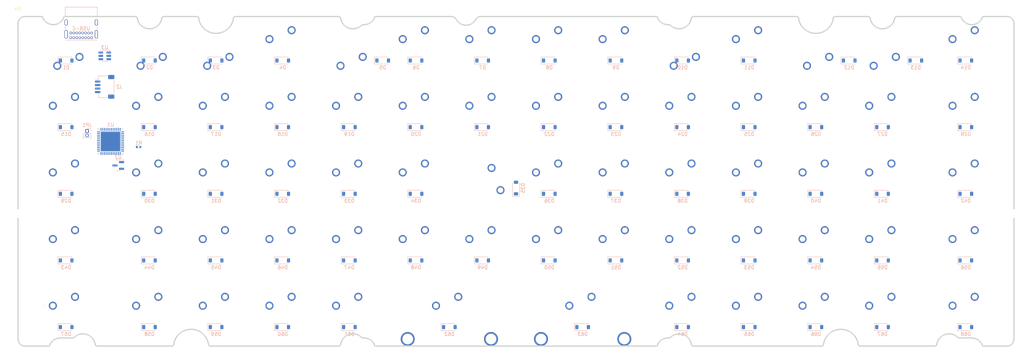
<source format=kicad_pcb>
(kicad_pcb (version 20221018) (generator pcbnew)
  (layers (0 "F.Cu" signal) (31 "B.Cu" signal) (34 "B.Paste" user) (35 "F.Paste" user) (36 "B.SilkS" user "B.Silkscreen") (37 "F.SilkS" user "F.Silkscreen") (38 "B.Mask" user) (39 "F.Mask" user) (44 "Edge.Cuts" user))
  (net 0 "")
  (net 1 "GND")
  (net 2 "/DP")
  (net 3 "/DN")
  (net 4 "VBUS")
  (net 5 "Net-(JP1-A)")
  (net 6 "+3.3V")
  (net 8 "Net-(D1-A)")
  (net 10 "Net-(D2-A)")
  (net 12 "Net-(D3-A)")
  (net 14 "Net-(D4-A)")
  (net 16 "Net-(D5-A)")
  (net 18 "Net-(D6-A)")
  (net 20 "Net-(D7-A)")
  (net 22 "Net-(D8-A)")
  (net 24 "Net-(D9-A)")
  (net 26 "Net-(D10-A)")
  (net 28 "Net-(D11-A)")
  (net 30 "Net-(D12-A)")
  (net 32 "Net-(D13-A)")
  (net 34 "Net-(D14-A)")
  (net 36 "Net-(D15-A)")
  (net 38 "Net-(D16-A)")
  (net 40 "Net-(D17-A)")
  (net 42 "Net-(D18-A)")
  (net 44 "Net-(D19-A)")
  (net 46 "Net-(D20-A)")
  (net 48 "Net-(D21-A)")
  (net 50 "Net-(D22-A)")
  (net 52 "Net-(D23-A)")
  (net 54 "Net-(D24-A)")
  (net 56 "Net-(D25-A)")
  (net 58 "Net-(D26-A)")
  (net 60 "Net-(D27-A)")
  (net 62 "Net-(D28-A)")
  (net 64 "Net-(D29-A)")
  (net 66 "Net-(D30-A)")
  (net 68 "Net-(D31-A)")
  (net 70 "Net-(D32-A)")
  (net 72 "Net-(D33-A)")
  (net 74 "Net-(D34-A)")
  (net 76 "Net-(D35-A)")
  (net 78 "Net-(D36-A)")
  (net 80 "Net-(D37-A)")
  (net 82 "Net-(D38-A)")
  (net 84 "Net-(D39-A)")
  (net 86 "Net-(D40-A)")
  (net 88 "Net-(D41-A)")
  (net 90 "Net-(D42-A)")
  (net 92 "Net-(D43-A)")
  (net 94 "Net-(D44-A)")
  (net 96 "Net-(D45-A)")
  (net 98 "Net-(D46-A)")
  (net 100 "Net-(D47-A)")
  (net 102 "Net-(D48-A)")
  (net 104 "Net-(D49-A)")
  (net 106 "Net-(D50-A)")
  (net 108 "Net-(D51-A)")
  (net 110 "Net-(D52-A)")
  (net 112 "Net-(D53-A)")
  (net 114 "Net-(D54-A)")
  (net 116 "Net-(D55-A)")
  (net 118 "Net-(D56-A)")
  (net 120 "Net-(D57-A)")
  (net 122 "Net-(D58-A)")
  (net 124 "Net-(D59-A)")
  (net 126 "Net-(D60-A)")
  (net 128 "Net-(D61-A)")
  (net 130 "Net-(D62-A)")
  (net 132 "Net-(D63-A)")
  (net 134 "Net-(D64-A)")
  (net 136 "Net-(D65-A)")
  (net 138 "Net-(D66-A)")
  (net 140 "Net-(D67-A)")
  (net 142 "Net-(D68-A)")
  (net 148 "/~{RST}")
  (net 169 "/SWD")
  (net 170 "/SWCLK")
  (footprint "PCM_marbastlib-mx:SW_MX_1u" (layer "F.Cu") (at 150.01875 69.05625)
    (fp_text reference "MX6" hide)
    (fp_text value "Key_None" hide)
  )
  (footprint "PCM_marbastlib-mx:SW_MX_1u" (layer "F.Cu") (at 73.81875 107.15625)
    (fp_text reference "MX30" hide)
    (fp_text value "Key_None" hide)
  )
  (footprint "PCM_marbastlib-mx:SW_MX_1u" (layer "F.Cu") (at 73.81875 69.05625 180)
    (fp_text reference "MX2" hide)
    (fp_text value "Key_None" hide)
  )
  (footprint "PCM_marbastlib-mx:SW_MX_1.5u" (layer "F.Cu") (at 307.18125 126.20625)
    (fp_text reference "MX56" hide)
    (fp_text value "Key_None" hide)
  )
  (footprint "PCM_marbastlib-mx:SW_MX_1u" (layer "F.Cu") (at 130.96875 69.05625 180)
    (fp_text reference "MX5" hide)
    (fp_text value "Key_None" hide)
  )
  (footprint "PCM_marbastlib-mx:SW_MX_1u" (layer "F.Cu") (at 264.31875 69.05625 180)
    (fp_text reference "MX12" hide)
    (fp_text value "Key_None" hide)
  )
  (footprint "PCM_marbastlib-mx:SW_MX_1u" (layer "F.Cu") (at 169.06875 69.05625)
    (fp_text reference "MX7" hide)
    (fp_text value "Key_None" hide)
  )
  (footprint "PCM_marbastlib-mx:SW_MX_1.5u" (layer "F.Cu") (at 50.00625 145.25625)
    (fp_text reference "MX57" hide)
    (fp_text value "Key_None" hide)
  )
  (footprint "PCM_marbastlib-mx:SW_MX_1.5u" (layer "F.Cu") (at 50.00625 126.20625)
    (fp_text reference "MX43" hide)
    (fp_text value "Key_None" hide)
  )
  (footprint "PCM_marbastlib-mx:SW_MX_1.5u" (layer "F.Cu") (at 307.18125 69.05625)
    (fp_text reference "MX14" hide)
    (fp_text value "Key_None" hide)
  )
  (footprint "PCM_marbastlib-mx:STAB_MX_P_2u" (layer "F.Cu") (at 197.64375 145.25625 180)
    (fp_text reference "STAB63" hide)
    (fp_text value "Stab_None")
  )
  (footprint "PCM_marbastlib-mx:SW_MX_1u" (layer "F.Cu") (at 150.01875 126.20625)
    (fp_text reference "MX48" hide)
    (fp_text value "Key_None" hide)
  )
  (footprint "PCM_marbastlib-mx:SW_MX_1u" (layer "F.Cu") (at 264.31875 88.10625)
    (fp_text reference "MX26" hide)
    (fp_text value "Key_None" hide)
  )
  (footprint "PCM_marbastlib-mx:SW_MX_1u" (layer "F.Cu") (at 264.31875 126.20625)
    (fp_text reference "MX54" hide)
    (fp_text value "Key_None" hide)
  )
  (footprint "PCM_marbastlib-mx:SW_MX_1u" (layer "F.Cu") (at 245.26875 88.10625)
    (fp_text reference "MX25" hide)
    (fp_text value "Key_None" hide)
  )
  (footprint "PCM_marbastlib-mx:SW_MX_1u" (layer "F.Cu") (at 197.64375 145.25625)
    (fp_text reference "MX63" hide)
    (fp_text value "Key_None" hide)
  )
  (footprint "PCM_marbastlib-mx:SW_MX_1.5u" (layer "F.Cu") (at 307.18125 88.10625)
    (fp_text reference "MX28" hide)
    (fp_text value "Key_None" hide)
  )
  (footprint "PCM_marbastlib-mx:SW_MX_1u" (layer "F.Cu") (at 226.21875 69.05625 180)
    (fp_text reference "MX10" hide)
    (fp_text value "Key_None" hide)
  )
  (footprint "PCM_marbastlib-mx:SW_MX_1u" (layer "F.Cu") (at 130.96875 145.25625)
    (fp_text reference "MX61" hide)
    (fp_text value "Key_None" hide)
  )
  (footprint "PCM_marbastlib-mx:SW_MX_1.5u" (layer "F.Cu") (at 50.00625 88.10625)
    (fp_text reference "MX15" hide)
    (fp_text value "Key_None" hide)
  )
  (footprint "PCM_marbastlib-mx:SW_MX_1u" (layer "F.Cu") (at 188.11875 107.15625)
    (fp_text reference "MX36" hide)
    (fp_text value "Key_None" hide)
  )
  (footprint "PCM_marbastlib-mx:SW_MX_1u" (layer "F.Cu") (at 73.81875 126.20625)
    (fp_text reference "MX44" hide)
    (fp_text value "Key_None" hide)
  )
  (footprint "PCM_marbastlib-mx:SW_MX_1u" (layer "F.Cu") (at 111.91875 126.20625)
    (fp_text reference "MX46" hide)
    (fp_text value "Key_None" hide)
  )
  (footprint "PCM_marbastlib-mx:SW_MX_1u" (layer "F.Cu") (at 111.91875 145.25625)
    (fp_text reference "MX60" hide)
    (fp_text value "Key_None" hide)
  )
  (footprint "PCM_marbastlib-mx:SW_MX_1u" (layer "F.Cu") (at 92.86875 126.20625)
    (fp_text reference "MX45" hide)
    (fp_text value "Key_None" hide)
  )
  (footprint "PCM_marbastlib-mx:SW_MX_1u" (layer "F.Cu") (at 264.31875 107.15625)
    (fp_text reference "MX40" hide)
    (fp_text value "Key_None" hide)
  )
  (footprint "PCM_marbastlib-mx:SW_MX_1u" (layer "F.Cu") (at 73.81875 88.10625)
    (fp_text reference "MX16" hide)
    (fp_text value "Key_None" hide)
  )
  (footprint "PCM_marbastlib-mx:SW_MX_1.5u" (layer "F.Cu") (at 307.18125 145.25625)
    (fp_text reference "MX68" hide)
    (fp_text value "Key_None" hide)
  )
  (footprint "PCM_marbastlib-mx:SW_MX_1u" (layer "F.Cu") (at 92.86875 107.15625)
    (fp_text reference "MX31" hide)
    (fp_text value "Key_None" hide)
  )
  (footprint "PCM_marbastlib-mx:SW_MX_1u" (layer "F.Cu") (at 283.36875 145.25625)
    (fp_text reference "MX67" hide)
    (fp_text value "Key_None" hide)
  )
  (footprint "PCM_marbastlib-mx:SW_MX_1u" (layer "F.Cu") (at 226.21875 126.20625)
    (fp_text reference "MX52" hide)
    (fp_text value "Key_None" hide)
  )
  (footprint "PCM_marbastlib-mx:SW_MX_1u" (layer "F.Cu") (at 207.16875 107.15625)
    (fp_text reference "MX37" hide)
    (fp_text value "Key_None" hide)
  )
  (footprint "PCM_marbastlib-mx:SW_MX_1u" (layer "F.Cu") (at 92.86875 88.10625)
    (fp_text reference "MX17" hide)
    (fp_text value "Key_None" hide)
  )
  (footprint "PCM_marbastlib-mx:SW_MX_1u" (layer "F.Cu") (at 283.36875 69.05625 180)
    (fp_text reference "MX13" hide)
    (fp_text value "Key_None" hide)
  )
  (footprint "PCM_marbastlib-mx:SW_MX_1u" (layer "F.Cu") (at 92.86875 69.05625 180)
    (fp_text reference "MX3" hide)
    (fp_text value "Key_None" hide)
  )
  (footprint "PCM_marbastlib-mx:SW_MX_1u" (layer "F.Cu") (at 111.91875 69.05625)
    (fp_text reference "MX4" hide)
    (fp_text value "Key_None" hide)
  )
  (footprint "PCM_marbastlib-mx:SW_MX_1u" (layer "F.Cu") (at 245.26875 69.05625)
    (fp_text reference "MX11" hide)
    (fp_text value "Key_None" hide)
  )
  (footprint "PCM_marbastlib-mx:SW_MX_1u" (layer "F.Cu") (at 111.91875 88.10625)
    (fp_text reference "MX18" hide)
    (fp_text value "Key_None" hide)
  )
  (footprint "PCM_marbastlib-mx:SW_MX_1u" (layer "F.Cu") (at 245.26875 145.25625)
    (fp_text reference "MX65" hide)
    (fp_text value "Key_None" hide)
  )
  (footprint "PCM_marbastlib-mx:SW_MX_1u" (layer "F.Cu") (at 188.11875 126.20625)
    (fp_text reference "MX50" hide)
    (fp_text value "Key_None" hide)
  )
  (footprint "PCM_marbastlib-mx:SW_MX_1u" (layer "F.Cu") (at 159.54375 145.25625)
    (fp_text reference "MX62" hide)
    (fp_text value "Key_None" hide)
  )
  (footprint "PCM_marbastlib-mx:SW_MX_1u" (layer "F.Cu") (at 150.01875 107.15625)
    (fp_text reference "MX34" hide)
    (fp_text value "Key_None" hide)
  )
  (footprint "PCM_marbastlib-mx:SW_MX_1u" (layer "F.Cu") (at 92.86875 145.25625)
    (fp_text reference "MX59" hide)
    (fp_text value "Key_None" hide)
  )
  (footprint "PCM_marbastlib-mx:SW_MX_1u" (layer "F.Cu") (at 245.26875 126.20625)
    (fp_text reference "MX53" hide)
    (fp_text value "Key_None" hide)
  )
  (footprint "PCM_marbastlib-mx:SW_MX_1u" (layer "F.Cu") (at 207.16875 69.05625)
    (fp_text reference "MX9" hide)
    (fp_text value "Key_None" hide)
  )
  (footprint "PCM_marbastlib-mx:SW_MX_1u" (layer "F.Cu") (at 264.31875 145.25625)
    (fp_text reference "MX66" hide)
    (fp_text value "Key_None" hide)
  )
  (footprint "PCM_marbastlib-mx:SW_MX_1u" (layer "F.Cu") (at 283.36875 126.20625)
    (fp_text reference "MX55" hide)
    (fp_text value "Key_None" hide)
  )
  (footprint "PCM_marbastlib-mx:SW_MX_1u" (layer "F.Cu") (at 226.21875 145.25625)
    (fp_text reference "MX64" hide)
    (fp_text value "Key_None" hide)
  )
  (footprint "PCM_marbastlib-mx:SW_MX_1.5u" (layer "F.Cu") (at 50.00625 107.15625)
    (fp_text reference "MX29" hide)
    (fp_text value "Key_None" hide)
  )
  (footprint "PCM_marbastlib-mx:SW_MX_1u" (layer "F.Cu") (at 207.16875 88.10625)
    (fp_text reference "MX23" hide)
    (fp_text value "Key_None" hide)
  )
  (footprint "PCM_marbastlib-mx:SW_MX_1u" (layer "F.Cu") (at 283.36875 107.15625)
    (fp_text reference "MX41" hide)
    (fp_text value "Key_None" hide)
  )
  (footprint "PCM_marbastlib-mx:SW_MX_1u" (layer "F.Cu") (at 130.96875 88.10625)
    (fp_text reference "MX19" hide)
    (fp_text value "Key_None" hide)
  )
  (footprint "PCM_marbastlib-mx:SW_MX_1u" (layer "F.Cu") (at 130.96875 107.15625)
    (fp_text reference "MX33" hide)
    (fp_text value "Key_None" hide)
  )
  (footprint "PCM_marbastlib-mx:SW_MX_1u" (layer "F.Cu") (at 245.26875 107.15625)
    (fp_text reference "MX39" hide)
    (fp_text value "Key_None" hide)
  )
  (footprint "PCM_marbastlib-mx:SW_MX_1u" (layer "F.Cu") (at 169.06875 126.20625)
    (fp_text reference "MX49" hide)
    (fp_text value "Key_None" hide)
  )
  (footprint "PCM_marbastlib-mx:SW_MX_1.5u" (layer "F.Cu") (at 50.00625 69.05625 180)
    (fp_text reference "MX1" hide)
    (fp_text value "Key_None" hide)
  )
  (footprint "PCM_marbastlib-mx:SW_MX_1u" (layer "F.Cu") (at 111.91875 107.15625)
    (fp_text reference "MX32" hide)
    (fp_text value "Key_None" hide)
  )
  (footprint "PCM_marbastlib-mx:SW_MX_1u" (layer "F.Cu") (at 188.11875 88.10625)
    (fp_text reference "MX22" hide)
    (fp_text value "Key_None" hide)
  )
  (footprint "PCM_marbastlib-mx:SW_MX_1u" (layer "F.Cu") (at 283.36875 88.10625)
    (fp_text reference "MX27" hide)
    (fp_text value "Key_None" hide)
  )
  (footprint "PCM_marbastlib-mx:SW_MX_1u" (layer "F.Cu") (at 73.81875 145.25625)
    (fp_text reference "MX58" hide)
    (fp_text value "Key_None" hide)
  )
  (footprint "PCM_marbastlib-mx:STAB_MX_P_2u" (layer "F.Cu") (at 159.54375 145.25625 180)
    (fp_text reference "STAB62" hide)
    (fp_text value "Stab_None")
  )
  (footprint "!LordsBoards_General:60_Percent_Holes" (layer "F.Cu") (at 35.71875 59.53125)
    (fp_text reference "H1")
    (fp_text value "MountingHole")
  )
  (footprint "PCM_marbastlib-mx:SW_MX_1.5u" (layer "F.Cu") (at 307.18125 107.15625)
    (fp_text reference "MX42" hide)
    (fp_text value "Key_None" hide)
  )
  (footprint "PCM_marbastlib-mx:SW_MX_1u" (layer "F.Cu") (at 226.21875 88.10625)
    (fp_text reference "MX24" hide)
    (fp_text value "Key_None" hide)
  )
  (footprint "PCM_marbastlib-mx:SW_MX_1u" (layer "F.Cu") (at 169.06875 88.10625)
    (fp_text reference "MX21" hide)
    (fp_text value "Key_None" hide)
  )
  (footprint "PCM_marbastlib-mx:SW_MX_1u" (layer "F.Cu") (at 169.06875 107.15625 -90)
    (fp_text reference "MX35" hide)
    (fp_text value "Key_None" hide)
  )
  (footprint "PCM_marbastlib-mx:SW_MX_1u" (layer "F.Cu") (at 130.96875 126.20625)
    (fp_text reference "MX47" hide)
    (fp_text value "Key_None" hide)
  )
  (footprint "PCM_marbastlib-mx:SW_MX_1u" (layer "F.Cu") (at 207.16875 126.20625)
    (fp_text reference "MX51" hide)
    (fp_text value "Key_None" hide)
  )
  (footprint "PCM_marbastlib-mx:SW_MX_1u" (layer "F.Cu") (at 188.11875 69.05625)
    (fp_text reference "MX8" hide)
    (fp_text value "Key_None" hide)
  )
  (footprint "PCM_marbastlib-mx:SW_MX_1u" (layer "F.Cu") (at 226.21875 107.15625)
    (fp_text reference "MX38" hide)
    (fp_text value "Key_None" hide)
  )
  (footprint "PCM_marbastlib-mx:SW_MX_1u" (layer "F.Cu") (at 150.01875 88.10625)
    (fp_text reference "MX20" hide)
    (fp_text value "Key_None" hide)
  )
  (footprint "Connector_USB:USB_C_Receptacle_GCT_USB4085" (layer "B.Cu") (at 51.346875 66.10625)
    (fp_text reference "J1" hide)
    (fp_text value "USB_C_Receptacle_GCT_USB4085")
  )
  (footprint "Package_TO_SOT_SMD:SOT-23" (layer "B.Cu") (at 64.90625 102.62625 180)
    (fp_text reference "U2")
    (fp_text value "AP2127N-3.3")
  )
  (footprint "Diode_SMD:D_SOD-123" (layer "B.Cu") (at 188.11875 110.728125)
    (fp_text reference "D36")
    (fp_text value "D_Small")
  )
  (footprint "Diode_SMD:D_SOD-123" (layer "B.Cu") (at 178.59375 109.078125 90)
    (fp_text reference "D35")
    (fp_text value "D_Small")
  )
  (footprint "Diode_SMD:D_SOD-123" (layer "B.Cu") (at 111.91875 148.828125)
    (fp_text reference "D60")
    (fp_text value "D_Small")
  )
  (footprint "Diode_SMD:D_SOD-123" (layer "B.Cu") (at 283.36875 129.778125)
    (fp_text reference "D55")
    (fp_text value "D_Small")
  )
  (footprint "Diode_SMD:D_SOD-123" (layer "B.Cu") (at 307.18125 72.628125)
    (fp_text reference "D14")
    (fp_text value "D_Small")
  )
  (footprint "Diode_SMD:D_SOD-123" (layer "B.Cu") (at 50.00625 148.828125)
    (fp_text reference "D57")
    (fp_text value "D_Small")
  )
  (footprint "Diode_SMD:D_SOD-123" (layer "B.Cu") (at 73.81875 72.628125)
    (fp_text reference "D2")
    (fp_text value "D_Small")
  )
  (footprint "Diode_SMD:D_SOD-123" (layer "B.Cu") (at 226.21875 148.828125)
    (fp_text reference "D64")
    (fp_text value "D_Small")
  )
  (footprint "Diode_SMD:D_SOD-123" (layer "B.Cu") (at 111.91875 129.778125)
    (fp_text reference "D46")
    (fp_text value "D_Small")
  )
  (footprint "Diode_SMD:D_SOD-123" (layer "B.Cu") (at 283.36875 110.728125)
    (fp_text reference "D41")
    (fp_text value "D_Small")
  )
  (footprint "Diode_SMD:D_SOD-123" (layer "B.Cu") (at 169.06875 72.628125)
    (fp_text reference "D7")
    (fp_text value "D_Small")
  )
  (footprint "Diode_SMD:D_SOD-123" (layer "B.Cu") (at 245.26875 148.828125)
    (fp_text reference "D65")
    (fp_text value "D_Small")
  )
  (footprint "Diode_SMD:D_SOD-123" (layer "B.Cu") (at 169.06875 91.678125)
    (fp_text reference "D21")
    (fp_text value "D_Small")
  )
  (footprint "Diode_SMD:D_SOD-123" (layer "B.Cu") (at 226.21875 129.778125)
    (fp_text reference "D52")
    (fp_text value "D_Small")
  )
  (footprint "Diode_SMD:D_SOD-123" (layer "B.Cu") (at 188.11875 129.778125)
    (fp_text reference "D50")
    (fp_text value "D_Small")
  )
  (footprint "Diode_SMD:D_SOD-123" (layer "B.Cu") (at 245.26875 72.628125)
    (fp_text reference "D11")
    (fp_text value "D_Small")
  )
  (footprint "Diode_SMD:D_SOD-123" (layer "B.Cu") (at 307.18125 148.828125)
    (fp_text reference "D68")
    (fp_text value "D_Small")
  )
  (footprint "Diode_SMD:D_SOD-123" (layer "B.Cu") (at 207.16875 129.778125)
    (fp_text reference "D51")
    (fp_text value "D_Small")
  )
  (footprint "Diode_SMD:D_SOD-123" (layer "B.Cu") (at 292.89375 72.628125)
    (fp_text reference "D13")
    (fp_text value "D_Small")
  )
  (footprint "Diode_SMD:D_SOD-123" (layer "B.Cu") (at 307.18125 91.678125)
    (fp_text reference "D28")
    (fp_text value "D_Small")
  )
  (footprint "Diode_SMD:D_SOD-123" (layer "B.Cu") (at 188.11875 91.678125)
    (fp_text reference "D22")
    (fp_text value "D_Small")
  )
  (footprint "Diode_SMD:D_SOD-123" (layer "B.Cu") (at 207.16875 72.628125)
    (fp_text reference "D9")
    (fp_text value "D_Small")
  )
  (footprint "Diode_SMD:D_SOD-123" (layer "B.Cu") (at 50.00625 91.678125)
    (fp_text reference "D15")
    (fp_text value "D_Small")
  )
  (footprint "Resistor_SMD:R_0402_1005Metric" (layer "B.Cu") (at 70.71625 97.35625 180)
    (fp_text reference "R1")
    (fp_text value "10k 0402")
  )
  (footprint "Diode_SMD:D_SOD-123" (layer "B.Cu") (at 264.31875 110.728125)
    (fp_text reference "D40")
    (fp_text value "D_Small")
  )
  (footprint "Diode_SMD:D_SOD-123" (layer "B.Cu") (at 307.18125 110.728125)
    (fp_text reference "D42")
    (fp_text value "D_Small")
  )
  (footprint "Connector_JST:JST_SH_SM04B-SRSS-TB_1x04-1MP_P1.00mm_Horizontal" (layer "B.Cu") (at 61.011875 80.154375 -90)
    (fp_text reference "J2")
    (fp_text value "SM04B-SRSS" hide)
  )
  (footprint "Diode_SMD:D_SOD-123" (layer "B.Cu") (at 150.01875 91.678125)
    (fp_text reference "D20")
    (fp_text value "D_Small")
  )
  (footprint "Diode_SMD:D_SOD-123" (layer "B.Cu") (at 197.64375 148.828125)
    (fp_text reference "D63")
    (fp_text value "D_Small")
  )
  (footprint "Diode_SMD:D_SOD-123" (layer "B.Cu") (at 188.11875 72.628125)
    (fp_text reference "D8")
    (fp_text value "D_Small")
  )
  (footprint "Diode_SMD:D_SOD-123" (layer "B.Cu") (at 50.00625 129.778125)
    (fp_text reference "D43")
    (fp_text value "D_Small")
  )
  (footprint "Diode_SMD:D_SOD-123" (layer "B.Cu") (at 226.21875 72.628125)
    (fp_text reference "D10")
    (fp_text value "D_Small")
  )
  (footprint "Diode_SMD:D_SOD-123" (layer "B.Cu") (at 207.16875 110.728125)
    (fp_text reference "D37")
    (fp_text value "D_Small")
  )
  (footprint "Diode_SMD:D_SOD-123" (layer "B.Cu") (at 73.81875 91.678125)
    (fp_text reference "D16")
    (fp_text value "D_Small")
  )
  (footprint "Diode_SMD:D_SOD-123" (layer "B.Cu") (at 92.86875 110.728125)
    (fp_text reference "D31")
    (fp_text value "D_Small")
  )
  (footprint "Diode_SMD:D_SOD-123" (layer "B.Cu") (at 130.96875 110.728125)
    (fp_text reference "D33")
    (fp_text value "D_Small")
  )
  (footprint "Diode_SMD:D_SOD-123" (layer "B.Cu") (at 150.01875 72.628125)
    (fp_text reference "D6")
    (fp_text value "D_Small")
  )
  (footprint "Diode_SMD:D_SOD-123" (layer "B.Cu") (at 245.26875 110.728125)
    (fp_text reference "D39")
    (fp_text value "D_Small")
  )
  (footprint "Diode_SMD:D_SOD-123" (layer "B.Cu") (at 130.96875 148.828125)
    (fp_text reference "D61")
    (fp_text value "D_Small")
  )
  (footprint "Diode_SMD:D_SOD-123" (layer "B.Cu") (at 130.96875 91.678125)
    (fp_text reference "D19")
    (fp_text value "D_Small")
  )
  (footprint "Diode_SMD:D_SOD-123" (layer "B.Cu") (at 226.21875 110.728125)
    (fp_text reference "D38")
    (fp_text value "D_Small")
  )
  (footprint "Diode_SMD:D_SOD-123" (layer "B.Cu") (at 140.49375 72.628125)
    (fp_text reference "D5")
    (fp_text value "D_Small")
  )
  (footprint "Diode_SMD:D_SOD-123" (layer "B.Cu") (at 264.31875 91.678125)
    (fp_text reference "D26")
    (fp_text value "D_Small")
  )
  (footprint "Diode_SMD:D_SOD-123" (layer "B.Cu") (at 150.01875 110.728125)
    (fp_text reference "D34")
    (fp_text value "D_Small")
  )
  (footprint "Diode_SMD:D_SOD-123" (layer "B.Cu") (at 150.01875 129.778125)
    (fp_text reference "D48")
    (fp_text value "D_Small")
  )
  (footprint "Diode_SMD:D_SOD-123" (layer "B.Cu") (at 264.31875 129.778125)
    (fp_text reference "D54")
    (fp_text value "D_Small")
  )
  (footprint "Diode_SMD:D_SOD-123" (layer "B.Cu") (at 111.91875 91.678125)
    (fp_text reference "D18")
    (fp_text value "D_Small")
  )
  (footprint "Diode_SMD:D_SOD-123" (layer "B.Cu") (at 283.36875 148.828125)
    (fp_text reference "D67")
    (fp_text value "D_Small")
  )
  (footprint "Diode_SMD:D_SOD-123" (layer "B.Cu") (at 283.36875 91.678125)
    (fp_text reference "D27")
    (fp_text value "D_Small")
  )
  (footprint "Diode_SMD:D_SOD-123" (layer "B.Cu") (at 130.96875 129.778125)
    (fp_text reference "D47")
    (fp_text value "D_Small")
  )
  (footprint "Diode_SMD:D_SOD-123" (layer "B.Cu") (at 73.81875 129.778125)
    (fp_text reference "D44")
    (fp_text value "D_Small")
  )
  (footprint "Diode_SMD:D_SOD-123" (layer "B.Cu") (at 226.21875 91.678125)
    (fp_text reference "D24")
    (fp_text value "D_Small")
  )
  (footprint "Diode_SMD:D_SOD-123" (layer "B.Cu") (at 92.86875 72.628125)
    (fp_text reference "D3")
    (fp_text value "D_Small")
  )
  (footprint "Diode_SMD:D_SOD-123" (layer "B.Cu") (at 264.31875 148.828125)
    (fp_text reference "D66")
    (fp_text value "D_Small")
  )
  (footprint "Diode_SMD:D_SOD-123" (layer "B.Cu") (at 273.84375 72.628125)
    (fp_text reference "D12")
    (fp_text value "D_Small")
  )
  (footprint "Diode_SMD:D_SOD-123" (layer "B.Cu") (at 92.86875 129.778125)
    (fp_text reference "D45")
    (fp_text value "D_Small")
  )
  (footprint "Diode_SMD:D_SOD-123" (layer "B.Cu") (at 50.00625 72.628125)
    (fp_text reference "D1")
    (fp_text value "D_Small")
  )
  (footprint "Diode_SMD:D_SOD-123" (layer "B.Cu") (at 92.86875 148.828125)
    (fp_text reference "D59")
    (fp_text value "D_Small")
  )
  (footprint "Diode_SMD:D_SOD-123" (layer "B.Cu") (at 92.86875 91.678125)
    (fp_text reference "D17")
    (fp_text value "D_Small")
  )
  (footprint "Diode_SMD:D_SOD-123" (layer "B.Cu") (at 111.91875 72.628125)
    (fp_text reference "D4")
    (fp_text value "D_Small")
  )
  (footprint "Diode_SMD:D_SOD-123" (layer "B.Cu") (at 50.00625 110.728125)
    (fp_text reference "D29")
    (fp_text value "D_Small")
  )
  (footprint "Diode_SMD:D_SOD-123" (layer "B.Cu") (at 169.06875 129.778125)
    (fp_text reference "D49")
    (fp_text value "D_Small")
  )
  (footprint "Package_TO_SOT_SMD:SOT-23-6" (layer "B.Cu") (at 61.04375 71.30625 180)
    (fp_text reference "U3")
    (fp_text value "USBLC6-2SC6")
  )
  (footprint "Diode_SMD:D_SOD-123" (layer "B.Cu") (at 73.81875 110.728125)
    (fp_text reference "D30")
    (fp_text value "D_Small")
  )
  (footprint "Package_DFN_QFN:QFN-48-1EP_7x7mm_P0.5mm_EP5.6x5.6mm" (layer "B.Cu") (at 62.70625 95.75625 180)
    (fp_text reference "U1")
    (fp_text value "STM32L443CCUx")
  )
  (footprint "Diode_SMD:D_SOD-123" (layer "B.Cu") (at 73.81875 148.828125)
    (fp_text reference "D58")
    (fp_text value "D_Small")
  )
  (footprint "Diode_SMD:D_SOD-123" (layer "B.Cu") (at 111.91875 110.728125)
    (fp_text reference "D32")
    (fp_text value "D_Small")
  )
  (footprint "Diode_SMD:D_SOD-123" (layer "B.Cu") (at 159.54375 148.828125)
    (fp_text reference "D62")
    (fp_text value "D_Small")
  )
  (footprint "Diode_SMD:D_SOD-123" (layer "B.Cu") (at 307.18125 129.778125)
    (fp_text reference "D56")
    (fp_text value "D_Small")
  )
  (footprint "Diode_SMD:D_SOD-123" (layer "B.Cu") (at 245.26875 129.778125)
    (fp_text reference "D53")
    (fp_text value "D_Small")
  )
  (footprint "Diode_SMD:D_SOD-123" (layer "B.Cu") (at 207.16875 91.678125)
    (fp_text reference "D23")
    (fp_text value "D_Small")
  )
  (footprint "Diode_SMD:D_SOD-123" (layer "B.Cu") (at 245.26875 91.678125)
    (fp_text reference "D25")
    (fp_text value "D_Small")
  )
  (footprint "Connector_PinHeader_1.27mm:PinHeader_1x02_P1.27mm_Vertical" (layer "B.Cu") (at 55.98625 92.78625 180)
    (fp_text reference "JP1")
    (fp_text value "Jumper_2_Open")
  )
  (gr_curve (pts (xy 129.385877 151.867644) (xy 130.736096 150.441525) (xy 132.986756 150.380008) (xy 134.412875 151.730249)) (stroke (width 0.35)) (layer "Edge.Cuts"))
  (gr_curve (pts (xy 69.694775 60.056258) (xy 69.694775 60.056258) (xy 49.433867 60.056258) (xy 49.433867 60.056258)) (stroke (width 0.35)) (layer "Edge.Cuts"))
  (gr_curve (pts (xy 134.941869 62.381245) (xy 134.730319 62.381611) (xy 134.527553 62.465758) (xy 134.377864 62.615232)) (stroke (width 0.35)) (layer "Edge.Cuts"))
  (gr_curve (pts (xy 48.317871 151.931249) (xy 48.317871 151.931249) (xy 51.892868 151.931249) (xy 51.892868 151.931249)) (stroke (width 0.35)) (layer "Edge.Cuts"))
  (gr_curve (pts (xy 318.693293 154.256236) (xy 318.693293 154.256236) (xy 318.942869 154.256236) (xy 318.942869 154.256236)) (stroke (width 0.35)) (layer "Edge.Cuts"))
  (gr_curve (pts (xy 222.017863 62.381245) (xy 220.578998 62.381633) (xy 219.311202 61.435674) (xy 218.901882 60.056258)) (stroke (width 0.35)) (layer "Edge.Cuts"))
  (gr_curve (pts (xy 167.098433 60.862712) (xy 165.968291 63.100538) (xy 162.644334 63.105491) (xy 161.512297 60.86269)) (stroke (width 0.35)) (layer "Edge.Cuts"))
  (gr_curve (pts (xy 298.320871 154.256236) (xy 298.635796 154.256688) (xy 298.891444 154.001751) (xy 298.891875 153.686826)) (stroke (width 0.35)) (layer "Edge.Cuts"))
  (gr_curve (pts (xy 38.242883 154.256236) (xy 38.242883 154.256236) (xy 38.492437 154.256236) (xy 38.492437 154.256236)) (stroke (width 0.35)) (layer "Edge.Cuts"))
  (gr_curve (pts (xy 222.784871 62.593248) (xy 222.648854 62.457188) (xy 222.464261 62.380901) (xy 222.271874 62.381245)) (stroke (width 0.35)) (layer "Edge.Cuts"))
  (gr_curve (pts (xy 258.787884 60.056258) (xy 258.787884 60.056258) (xy 229.288866 60.056258) (xy 229.288866 60.056258)) (stroke (width 0.35)) (layer "Edge.Cuts"))
  (gr_curve (pts (xy 229.288866 154.256236) (xy 229.288866 154.256236) (xy 264.962529 154.256236) (xy 264.962529 154.256236)) (stroke (width 0.35)) (layer "Edge.Cuts"))
  (gr_curve (pts (xy 265.946879 154.256236) (xy 266.253837 154.255956) (xy 266.502594 154.007199) (xy 266.502874 153.700241)) (stroke (width 0.35)) (layer "Edge.Cuts"))
  (gr_curve (pts (xy 304.764858 151.663242) (xy 304.936208 151.834592) (xy 305.168537 151.93099) (xy 305.410856 151.931249)) (stroke (width 0.35)) (layer "Edge.Cuts"))
  (gr_curve (pts (xy 90.682878 153.700241) (xy 90.683158 154.007199) (xy 90.931915 154.255956) (xy 91.238873 154.256236)) (stroke (width 0.35)) (layer "Edge.Cuts"))
  (gr_curve (pts (xy 318.692862 60.056258) (xy 318.692862 60.056258) (xy 311.983862 60.056258) (xy 311.983862 60.056258)) (stroke (width 0.35)) (layer "Edge.Cuts"))
  (gr_curve (pts (xy 259.358866 60.62724) (xy 259.359339 60.312358) (xy 259.104424 60.05671) (xy 258.78952 60.056258)) (stroke (width 0.35)) (layer "Edge.Cuts"))
  (gr_curve (pts (xy 134.377864 62.615232) (xy 133.880134 63.073817) (xy 133.261847 63.38084) (xy 132.595673 63.500255)) (stroke (width 0.35)) (layer "Edge.Cuts"))
  (gr_curve (pts (xy 47.243432 62.246693) (xy 45.522521 62.757859) (xy 43.713049 61.777169) (xy 43.201883 60.056258)) (stroke (width 0.35)) (layer "Edge.Cuts"))
  (gr_curve (pts (xy 160.182275 60.056258) (xy 160.182275 60.056258) (xy 138.28387 60.056258) (xy 138.28387 60.056258)) (stroke (width 0.35)) (layer "Edge.Cuts"))
  (gr_curve (pts (xy 38.492437 154.256236) (xy 38.492437 154.256236) (xy 38.492847 154.256236) (xy 38.492847 154.256236)) (stroke (width 0.35)) (layer "Edge.Cuts"))
  (gr_curve (pts (xy 276.976869 154.256236) (xy 276.976869 154.256236) (xy 298.320871 154.256236) (xy 298.320871 154.256236)) (stroke (width 0.35)) (layer "Edge.Cuts"))
  (gr_curve (pts (xy 229.288866 60.056258) (xy 228.973963 60.055784) (xy 228.718315 60.3107) (xy 228.717863 60.625603)) (stroke (width 0.35)) (layer "Edge.Cuts"))
  (gr_curve (pts (xy 135.167867 151.931249) (xy 136.606754 151.93084) (xy 137.87455 152.87682) (xy 138.28387 154.256236)) (stroke (width 0.35)) (layer "Edge.Cuts"))
  (gr_curve (pts (xy 70.343874 60.62724) (xy 70.344262 60.354302) (xy 70.15252 60.126516) (xy 69.896464 60.070211)) (stroke (width 0.35)) (layer "Edge.Cuts"))
  (gr_curve (pts (xy 128.467867 60.62724) (xy 128.468341 60.312465) (xy 128.213619 60.056926) (xy 127.898867 60.056301)) (stroke (width 0.35)) (layer "Edge.Cuts"))
  (gr_curve (pts (xy 161.511996 60.862863) (xy 161.253635 60.367264) (xy 160.741156 60.056409) (xy 160.182275 60.056258)) (stroke (width 0.35)) (layer "Edge.Cuts"))
  (gr_curve (pts (xy 138.28387 60.056258) (xy 138.28387 60.056258) (xy 138.28387 60.05628) (xy 138.28387 60.05628)) (stroke (width 0.35)) (layer "Edge.Cuts"))
  (gr_curve (pts (xy 298.891875 153.686826) (xy 298.891875 153.68631) (xy 298.891875 153.685771) (xy 298.891875 153.685254)) (stroke (width 0.35)) (layer "Edge.Cuts"))
  (gr_curve (pts (xy 279.270872 60.056258) (xy 279.270872 60.056258) (xy 279.244775 60.056258) (xy 279.244775 60.056258)) (stroke (width 0.35)) (layer "Edge.Cuts"))
  (gr_curve (pts (xy 87.337863 60.056258) (xy 87.337863 60.056258) (xy 77.914859 60.056258) (xy 77.914859 60.056258)) (stroke (width 0.35)) (layer "Edge.Cuts"))
  (gr_curve (pts (xy 279.841853 60.62724) (xy 279.842305 60.33221) (xy 279.617728 60.092065) (xy 279.330536 60.062179)) (stroke (width 0.35)) (layer "Edge.Cuts"))
  (gr_curve (pts (xy 270.691378 149.511737) (xy 273.430143 149.086203) (xy 275.995339 150.961454) (xy 276.420873 153.700241)) (stroke (width 0.35)) (layer "Edge.Cuts"))
  (gr_curve (pts (xy 161.512297 60.86269) (xy 161.512297 60.86269) (xy 161.511996 60.862863) (xy 161.511996 60.862863)) (stroke (width 0.35)) (layer "Edge.Cuts"))
  (gr_curve (pts (xy 128.467867 153.686891) (xy 128.467867 153.686353) (xy 128.467867 153.685793) (xy 128.467867 153.685254)) (stroke (width 0.35)) (layer "Edge.Cuts"))
  (gr_curve (pts (xy 265.088361 64.815744) (xy 262.349596 65.241277) (xy 259.784421 63.366026) (xy 259.358866 60.62724)) (stroke (width 0.35)) (layer "Edge.Cuts"))
  (gr_curve (pts (xy 97.826865 60.62724) (xy 97.491399 62.786345) (xy 95.797488 64.480277) (xy 93.638382 64.815744)) (stroke (width 0.35)) (layer "Edge.Cuts"))
  (gr_curve (pts (xy 49.433867 60.056258) (xy 49.120945 61.109725) (xy 48.296921 61.93377) (xy 47.243432 62.246693)) (stroke (width 0.35)) (layer "Edge.Cuts"))
  (gr_curve (pts (xy 38.492847 154.256236) (xy 38.492847 154.256236) (xy 45.201869 154.256236) (xy 45.201869 154.256236)) (stroke (width 0.35)) (layer "Edge.Cuts"))
  (gr_curve (pts (xy 269.276865 60.62724) (xy 268.941399 62.786367) (xy 267.247467 64.480277) (xy 265.088361 64.815744)) (stroke (width 0.35)) (layer "Edge.Cuts"))
  (gr_curve (pts (xy 222.271874 62.381245) (xy 222.271874 62.381245) (xy 222.017863 62.381245) (xy 222.017863 62.381245)) (stroke (width 0.35)) (layer "Edge.Cuts"))
  (gr_curve (pts (xy 228.717863 60.62724) (xy 228.596574 61.304244) (xy 228.281542 61.931531) (xy 227.810942 62.433116)) (stroke (width 0.35)) (layer "Edge.Cuts"))
  (gr_curve (pts (xy 87.339542 60.056258) (xy 87.338982 60.056258) (xy 87.338422 60.056258) (xy 87.337863 60.056258)) (stroke (width 0.35)) (layer "Edge.Cuts"))
  (gr_curve (pts (xy 287.412881 60.056258) (xy 287.37042 60.056193) (xy 287.329337 60.061533) (xy 287.289503 60.070275)) (stroke (width 0.35)) (layer "Edge.Cuts"))
  (gr_curve (pts (xy 91.238873 154.256236) (xy 91.238873 154.256236) (xy 92.228176 154.256236) (xy 92.228176 154.256236)) (stroke (width 0.35)) (layer "Edge.Cuts"))
  (gr_curve (pts (xy 269.276865 60.625646) (xy 269.276865 60.626184) (xy 269.276865 60.626701) (xy 269.276865 60.62724)) (stroke (width 0.35)) (layer "Edge.Cuts"))
  (gr_curve (pts (xy 134.412875 151.730249) (xy 134.541441 151.858966) (xy 134.715935 151.931292) (xy 134.897879 151.931249)) (stroke (width 0.35)) (layer "Edge.Cuts"))
  (gr_curve (pts (xy 228.717863 153.685254) (xy 228.717411 154.000158) (xy 228.972348 154.255805) (xy 229.287251 154.256236)) (stroke (width 0.35)) (layer "Edge.Cuts"))
  (gr_curve (pts (xy 127.898867 60.056301) (xy 127.898867 60.056301) (xy 98.397222 60.056323) (xy 98.397222 60.056323)) (stroke (width 0.35)) (layer "Edge.Cuts"))
  (gr_curve (pts (xy 52.326886 151.751242) (xy 52.833853 151.262771) (xy 53.474426 150.935788) (xy 54.167428 150.811743)) (stroke (width 0.35)) (layer "Edge.Cuts"))
  (gr_curve (pts (xy 36.242876 62.30625) (xy 36.242876 62.30625) (xy 36.242876 152.006244) (xy 36.242876 152.006244)) (stroke (width 0.35)) (layer "Edge.Cuts"))
  (gr_curve (pts (xy 287.289503 60.070275) (xy 287.033942 60.126409) (xy 286.842244 60.353182) (xy 286.841856 60.625646)) (stroke (width 0.35)) (layer "Edge.Cuts"))
  (gr_curve (pts (xy 58.293877 153.685254) (xy 58.293425 154.000136) (xy 58.548319 154.255784) (xy 58.863222 154.256236)) (stroke (width 0.35)) (layer "Edge.Cuts"))
  (gr_curve (pts (xy 54.167428 150.811743) (xy 56.100407 150.465748) (xy 57.947882 151.752254) (xy 58.293877 153.685254)) (stroke (width 0.35)) (layer "Edge.Cuts"))
  (gr_curve (pts (xy 283.968518 63.5006) (xy 282.035518 63.846681) (xy 280.187956 62.56024) (xy 279.841853 60.62724)) (stroke (width 0.35)) (layer "Edge.Cuts"))
  (gr_curve (pts (xy 320.942876 152.25625) (xy 320.942876 152.25625) (xy 320.942876 152.006244) (xy 320.942876 152.006244)) (stroke (width 0.35)) (layer "Edge.Cuts"))
  (gr_curve (pts (xy 80.208862 154.256236) (xy 80.51582 154.255956) (xy 80.764577 154.007199) (xy 80.764879 153.700241)) (stroke (width 0.35)) (layer "Edge.Cuts"))
  (gr_curve (pts (xy 305.410856 151.931249) (xy 305.410856 151.931249) (xy 308.867859 151.931249) (xy 308.867859 151.931249)) (stroke (width 0.35)) (layer "Edge.Cuts"))
  (gr_curve (pts (xy 77.343877 60.625582) (xy 77.343877 60.626141) (xy 77.343877 60.626701) (xy 77.343877 60.62724)) (stroke (width 0.35)) (layer "Edge.Cuts"))
  (gr_curve (pts (xy 276.420873 153.700241) (xy 276.421153 154.007199) (xy 276.669911 154.255956) (xy 276.976869 154.256236)) (stroke (width 0.35)) (layer "Edge.Cuts"))
  (gr_curve (pts (xy 77.343877 60.62724) (xy 77.081641 62.091879) (xy 75.935156 63.238364) (xy 74.470517 63.5006)) (stroke (width 0.35)) (layer "Edge.Cuts"))
  (gr_curve (pts (xy 92.228176 154.256236) (xy 92.228176 154.256236) (xy 127.896864 154.256236) (xy 127.896864 154.256236)) (stroke (width 0.35)) (layer "Edge.Cuts"))
  (gr_curve (pts (xy 98.397222 60.056323) (xy 98.082642 60.056193) (xy 97.827339 60.310894) (xy 97.826865 60.625582)) (stroke (width 0.35)) (layer "Edge.Cuts"))
  (gr_curve (pts (xy 134.897879 151.931249) (xy 134.897879 151.931249) (xy 135.167867 151.931249) (xy 135.167867 151.931249)) (stroke (width 0.35)) (layer "Edge.Cuts"))
  (gr_curve (pts (xy 38.492868 60.056258) (xy 38.492868 60.056258) (xy 38.242883 60.056258) (xy 38.242883 60.056258)) (stroke (width 0.35)) (layer "Edge.Cuts"))
  (gr_curve (pts (xy 228.717863 60.625603) (xy 228.717863 60.626141) (xy 228.717863 60.626701) (xy 228.717863 60.62724)) (stroke (width 0.35)) (layer "Edge.Cuts"))
  (gr_curve (pts (xy 266.502874 153.700241) (xy 266.55089 153.391151) (xy 266.629697 153.093043) (xy 266.730789 152.805657)) (stroke (width 0.35)) (layer "Edge.Cuts"))
  (gr_curve (pts (xy 279.272573 60.056258) (xy 279.271991 60.056258) (xy 279.271431 60.056258) (xy 279.270872 60.056258)) (stroke (width 0.35)) (layer "Edge.Cuts"))
  (gr_curve (pts (xy 305.751878 60.056301) (xy 305.751878 60.056301) (xy 305.751856 60.056258) (xy 305.751856 60.056258)) (stroke (width 0.35)) (layer "Edge.Cuts"))
  (gr_curve (pts (xy 229.287251 154.256236) (xy 229.28779 154.256236) (xy 229.288328 154.256236) (xy 229.288866 154.256236)) (stroke (width 0.35)) (layer "Edge.Cuts"))
  (gr_curve (pts (xy 80.764879 153.700241) (xy 81.100345 151.541135) (xy 82.794255 149.847203) (xy 84.953383 149.511737)) (stroke (width 0.35)) (layer "Edge.Cuts"))
  (gr_curve (pts (xy 299.742727 151.940895) (xy 301.052875 150.477397) (xy 303.30136 150.353094) (xy 304.764858 151.663242)) (stroke (width 0.35)) (layer "Edge.Cuts"))
  (gr_curve (pts (xy 132.595673 63.500255) (xy 130.662458 63.846746) (xy 128.814379 62.560476) (xy 128.467867 60.62724)) (stroke (width 0.35)) (layer "Edge.Cuts"))
  (gr_curve (pts (xy 69.896464 60.070211) (xy 69.857104 60.061555) (xy 69.816494 60.056323) (xy 69.77455 60.056258)) (stroke (width 0.35)) (layer "Edge.Cuts"))
  (gr_curve (pts (xy 308.867859 151.931249) (xy 310.306746 151.93084) (xy 311.574541 152.87682) (xy 311.983862 154.256236)) (stroke (width 0.35)) (layer "Edge.Cuts"))
  (gr_curve (pts (xy 266.730789 152.805657) (xy 267.335812 151.085435) (xy 268.84134 149.799187) (xy 270.691378 149.511737)) (stroke (width 0.35)) (layer "Edge.Cuts"))
  (gr_curve (pts (xy 36.242876 152.25625) (xy 36.243285 153.36064) (xy 37.138472 154.255848) (xy 38.242883 154.256236)) (stroke (width 0.35)) (layer "Edge.Cuts"))
  (gr_curve (pts (xy 222.77488 151.728246) (xy 223.278273 151.252134) (xy 223.909802 150.933484) (xy 224.591866 150.811463)) (stroke (width 0.35)) (layer "Edge.Cuts"))
  (gr_curve (pts (xy 36.242876 152.006244) (xy 36.242876 152.006244) (xy 36.242876 152.25625) (xy 36.242876 152.25625)) (stroke (width 0.35)) (layer "Edge.Cuts"))
  (gr_curve (pts (xy 222.28587 151.931249) (xy 222.469235 151.930581) (xy 222.644957 151.857631) (xy 222.77488 151.728246)) (stroke (width 0.35)) (layer "Edge.Cuts"))
  (gr_curve (pts (xy 222.017863 151.931249) (xy 222.017863 151.931249) (xy 222.28587 151.931249) (xy 222.28587 151.931249)) (stroke (width 0.35)) (layer "Edge.Cuts"))
  (gr_curve (pts (xy 305.751856 60.056258) (xy 305.751856 60.056258) (xy 287.412881 60.056258) (xy 287.412881 60.056258)) (stroke (width 0.35)) (layer "Edge.Cuts"))
  (gr_curve (pts (xy 38.242883 60.056258) (xy 37.138472 60.056646) (xy 36.243285 60.951854) (xy 36.242876 62.056244)) (stroke (width 0.35)) (layer "Edge.Cuts"))
  (gr_curve (pts (xy 318.942869 60.056258) (xy 318.942869 60.056258) (xy 318.692862 60.056258) (xy 318.692862 60.056258)) (stroke (width 0.35)) (layer "Edge.Cuts"))
  (gr_curve (pts (xy 227.810942 62.433116) (xy 226.467247 63.865242) (xy 224.216997 63.936921) (xy 222.784871 62.593248)) (stroke (width 0.35)) (layer "Edge.Cuts"))
  (gr_curve (pts (xy 218.901882 60.056258) (xy 218.901882 60.056258) (xy 168.423202 60.056258) (xy 168.423202 60.056258)) (stroke (width 0.35)) (layer "Edge.Cuts"))
  (gr_curve (pts (xy 320.942876 152.006244) (xy 320.942876 152.006244) (xy 320.942876 62.30625) (xy 320.942876 62.30625)) (stroke (width 0.35)) (layer "Edge.Cuts"))
  (gr_curve (pts (xy 36.242876 62.056244) (xy 36.242876 62.056244) (xy 36.242876 62.30625) (xy 36.242876 62.30625)) (stroke (width 0.35)) (layer "Edge.Cuts"))
  (gr_curve (pts (xy 264.962529 154.256236) (xy 264.962529 154.256236) (xy 265.946879 154.256236) (xy 265.946879 154.256236)) (stroke (width 0.35)) (layer "Edge.Cuts"))
  (gr_curve (pts (xy 286.841856 60.625646) (xy 286.841856 60.626184) (xy 286.841856 60.626701) (xy 286.841856 60.62724)) (stroke (width 0.35)) (layer "Edge.Cuts"))
  (gr_curve (pts (xy 90.45477 152.805033) (xy 90.555302 153.091514) (xy 90.634582 153.389428) (xy 90.682878 153.700241)) (stroke (width 0.35)) (layer "Edge.Cuts"))
  (gr_curve (pts (xy 279.330536 60.062179) (xy 279.311201 60.060177) (xy 279.292425 60.05628) (xy 279.272573 60.056258)) (stroke (width 0.35)) (layer "Edge.Cuts"))
  (gr_curve (pts (xy 279.244775 60.056258) (xy 279.244775 60.056258) (xy 269.847868 60.056258) (xy 269.847868 60.056258)) (stroke (width 0.35)) (layer "Edge.Cuts"))
  (gr_curve (pts (xy 58.86488 154.256236) (xy 58.86488 154.256236) (xy 80.208862 154.256236) (xy 80.208862 154.256236)) (stroke (width 0.35)) (layer "Edge.Cuts"))
  (gr_curve (pts (xy 138.28387 60.05628) (xy 137.874528 61.435696) (xy 136.606733 62.381633) (xy 135.167867 62.381245)) (stroke (width 0.35)) (layer "Edge.Cuts"))
  (gr_curve (pts (xy 43.201883 60.056258) (xy 43.201883 60.056258) (xy 38.492868 60.056258) (xy 38.492868 60.056258)) (stroke (width 0.35)) (layer "Edge.Cuts"))
  (gr_curve (pts (xy 286.841856 60.62724) (xy 286.57962 62.091879) (xy 285.433157 63.238364) (xy 283.968518 63.5006)) (stroke (width 0.35)) (layer "Edge.Cuts"))
  (gr_curve (pts (xy 97.826865 60.625582) (xy 97.826865 60.626141) (xy 97.826865 60.626701) (xy 97.826865 60.62724)) (stroke (width 0.35)) (layer "Edge.Cuts"))
  (gr_curve (pts (xy 58.863222 154.256236) (xy 58.863782 154.256236) (xy 58.864321 154.256236) (xy 58.86488 154.256236)) (stroke (width 0.35)) (layer "Edge.Cuts"))
  (gr_curve (pts (xy 84.953383 149.511737) (xy 87.381335 149.134499) (xy 89.66946 150.567228) (xy 90.45477 152.805033)) (stroke (width 0.35)) (layer "Edge.Cuts"))
  (gr_curve (pts (xy 93.638382 64.815744) (xy 90.899596 65.241277) (xy 88.334421 63.366026) (xy 87.908866 60.62724)) (stroke (width 0.35)) (layer "Edge.Cuts"))
  (gr_curve (pts (xy 87.908866 60.62724) (xy 87.909339 60.312616) (xy 87.654854 60.057227) (xy 87.340296 60.056344)) (stroke (width 0.35)) (layer "Edge.Cuts"))
  (gr_curve (pts (xy 51.892868 151.931249) (xy 52.055649 151.931012) (xy 52.211712 151.866287) (xy 52.326886 151.751242)) (stroke (width 0.35)) (layer "Edge.Cuts"))
  (gr_curve (pts (xy 45.201869 154.256236) (xy 45.611189 152.87682) (xy 46.879006 151.93084) (xy 48.317871 151.931249)) (stroke (width 0.35)) (layer "Edge.Cuts"))
  (gr_curve (pts (xy 311.983862 154.256236) (xy 311.983862 154.256236) (xy 318.693293 154.256236) (xy 318.693293 154.256236)) (stroke (width 0.35)) (layer "Edge.Cuts"))
  (gr_curve (pts (xy 69.772871 60.056258) (xy 69.772871 60.056258) (xy 69.694775 60.056258) (xy 69.694775 60.056258)) (stroke (width 0.35)) (layer "Edge.Cuts"))
  (gr_curve (pts (xy 69.77455 60.056258) (xy 69.773991 60.056258) (xy 69.773431 60.056258) (xy 69.772871 60.056258)) (stroke (width 0.35)) (layer "Edge.Cuts"))
  (gr_curve (pts (xy 320.942876 62.056244) (xy 320.942467 60.951854) (xy 320.04728 60.056646) (xy 318.942869 60.056258)) (stroke (width 0.35)) (layer "Edge.Cuts"))
  (gr_curve (pts (xy 135.167867 62.381245) (xy 135.167867 62.381245) (xy 134.941869 62.381245) (xy 134.941869 62.381245)) (stroke (width 0.35)) (layer "Edge.Cuts"))
  (gr_curve (pts (xy 224.591866 150.811463) (xy 226.524802 150.465684) (xy 228.372062 151.752297) (xy 228.717863 153.685254)) (stroke (width 0.35)) (layer "Edge.Cuts"))
  (gr_curve (pts (xy 77.914859 60.056258) (xy 77.883465 60.05938) (xy 77.881678 60.05938) (xy 77.852072 60.062502)) (stroke (width 0.35)) (layer "Edge.Cuts"))
  (gr_curve (pts (xy 320.942876 62.30625) (xy 320.942876 62.30625) (xy 320.942876 62.056244) (xy 320.942876 62.056244)) (stroke (width 0.35)) (layer "Edge.Cuts"))
  (gr_curve (pts (xy 87.340296 60.056344) (xy 87.340037 60.056344) (xy 87.3398 60.056258) (xy 87.339542 60.056258)) (stroke (width 0.35)) (layer "Edge.Cuts"))
  (gr_curve (pts (xy 128.467867 153.685254) (xy 128.590146 153.002846) (xy 128.909227 152.37108) (xy 129.385877 151.867644)) (stroke (width 0.35)) (layer "Edge.Cuts"))
  (gr_curve (pts (xy 74.470517 63.5006) (xy 72.537539 63.846681) (xy 70.689955 62.56024) (xy 70.343874 60.62724)) (stroke (width 0.35)) (layer "Edge.Cuts"))
  (gr_curve (pts (xy 269.847868 60.056258) (xy 269.532965 60.055806) (xy 269.277317 60.310721) (xy 269.276865 60.625646)) (stroke (width 0.35)) (layer "Edge.Cuts"))
  (gr_curve (pts (xy 77.852072 60.062502) (xy 77.567077 60.093702) (xy 77.344308 60.332189) (xy 77.343877 60.625582)) (stroke (width 0.35)) (layer "Edge.Cuts"))
  (gr_curve (pts (xy 258.78952 60.056258) (xy 258.788982 60.056258) (xy 258.788422 60.056258) (xy 258.787884 60.056258)) (stroke (width 0.35)) (layer "Edge.Cuts"))
  (gr_curve (pts (xy 127.896864 154.256236) (xy 128.211767 154.256688) (xy 128.467415 154.001794) (xy 128.467867 153.686891)) (stroke (width 0.35)) (layer "Edge.Cuts"))
  (gr_curve (pts (xy 318.942869 154.256236) (xy 320.04728 154.255848) (xy 320.942467 153.36064) (xy 320.942876 152.25625)) (stroke (width 0.35)) (layer "Edge.Cuts"))
  (gr_curve (pts (xy 298.891875 153.685254) (xy 299.008297 153.036155) (xy 299.302874 152.43223) (xy 299.742727 151.940895)) (stroke (width 0.35)) (layer "Edge.Cuts"))
  (gr_curve (pts (xy 218.901882 154.256236) (xy 219.311202 152.87682) (xy 220.578998 151.93084) (xy 222.017863 151.931249)) (stroke (width 0.35)) (layer "Edge.Cuts"))
  (gr_curve (pts (xy 311.983862 60.056258) (xy 311.670939 61.109725) (xy 310.846894 61.93377) (xy 309.793427 62.246693)) (stroke (width 0.35)) (layer "Edge.Cuts"))
  (gr_curve (pts (xy 309.793427 62.246693) (xy 308.072516 62.757859) (xy 306.263109 61.777148) (xy 305.751878 60.056301)) (stroke (width 0.35)) (layer "Edge.Cuts"))
  (gr_curve (pts (xy 138.28387 154.256236) (xy 138.28387 154.256236) (xy 218.901882 154.256236) (xy 218.901882 154.256236)) (stroke (width 0.35)) (layer "Edge.Cuts"))
  (gr_curve (pts (xy 168.423202 60.056258) (xy 167.866259 60.05839) (xy 167.35604 60.368556) (xy 167.098433 60.862712)) (stroke (width 0.35)) (layer "Edge.Cuts"))
  (gr_text "USB-C" (at 54.271875 63.484375) (layer "B.SilkS") (effects (font (size 1 1)) (justify mirror)))
  (segment (start 43.821475 142.714387) (end 43.814393 142.707305) (width 0.127) (layer "F.Cu") (net 0))
)
</source>
